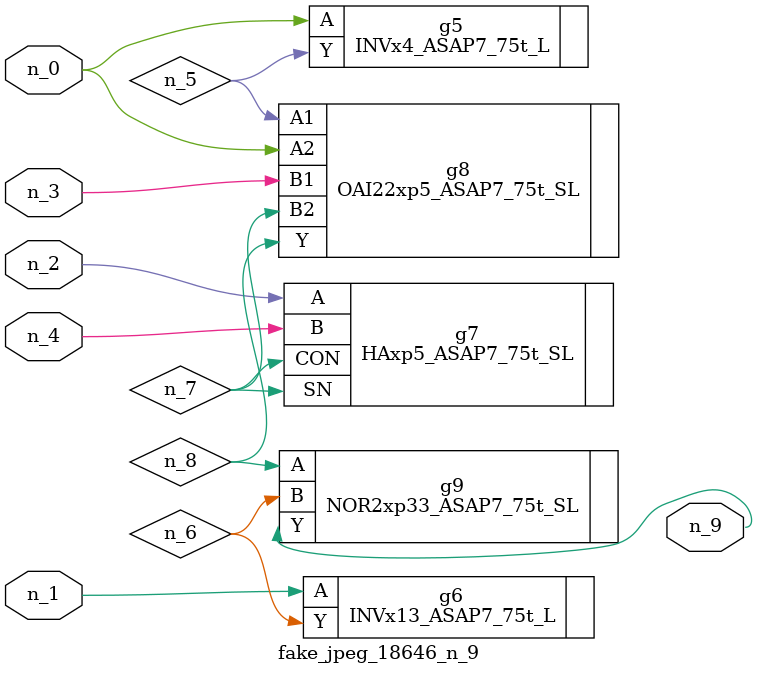
<source format=v>
module fake_jpeg_18646_n_9 (n_3, n_2, n_1, n_0, n_4, n_9);

input n_3;
input n_2;
input n_1;
input n_0;
input n_4;

output n_9;

wire n_8;
wire n_6;
wire n_5;
wire n_7;

INVx4_ASAP7_75t_L g5 ( 
.A(n_0),
.Y(n_5)
);

INVx13_ASAP7_75t_L g6 ( 
.A(n_1),
.Y(n_6)
);

HAxp5_ASAP7_75t_SL g7 ( 
.A(n_2),
.B(n_4),
.CON(n_7),
.SN(n_7)
);

OAI22xp5_ASAP7_75t_SL g8 ( 
.A1(n_5),
.A2(n_0),
.B1(n_3),
.B2(n_7),
.Y(n_8)
);

NOR2xp33_ASAP7_75t_SL g9 ( 
.A(n_8),
.B(n_6),
.Y(n_9)
);


endmodule
</source>
